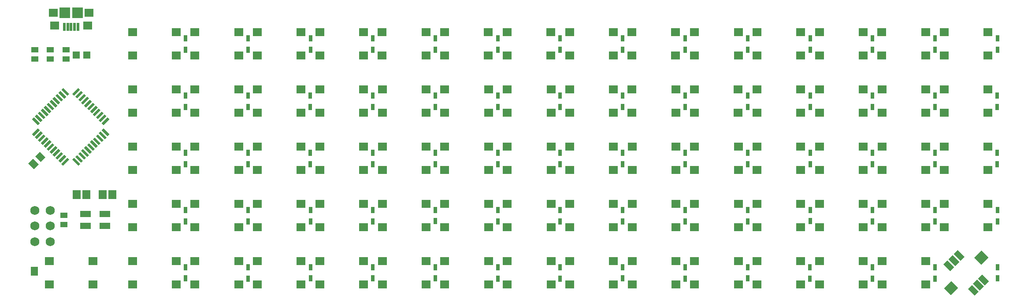
<source format=gts>
G04 ---------------------------- Layer name :TOP SOLDER LAYER*
G04 easyEDA 0.1*
G04 Scale: 100 percent, Rotated: No, Reflected: No *
G04 Dimensions in inches *
G04 leading zeros omitted , absolute positions ,2 integer and 4 * 
%FSLAX24Y24*%
%MOIN*%
G90*
G70D02*

%ADD12C,0.068000*%
%ADD14R,0.031600X0.047400*%
%ADD15R,0.058000X0.033000*%
%ADD16R,0.082800X0.051300*%
%ADD17R,0.059200X0.067100*%
%ADD18R,0.071000X0.063100*%
%ADD19R,0.065100X0.059200*%
%ADD20R,0.082800X0.082800*%
%ADD21R,0.023700X0.061100*%
%ADD22R,0.055200X0.039500*%
%ADD24R,0.070992X0.063120*%
%ADD25R,0.055200X0.055200*%

%LPD*%
%LNVIA PAD TRACK COPPERAREA*%
G54D12*
G01X1198Y31432D03*
G01X1198Y30252D03*
G01X1198Y29071D03*
G01X2380Y31434D03*
G01X2378Y30253D03*
G01X2378Y29071D03*
G54D14*
G01X74031Y31465D03*
G01X74031Y30605D03*
G54D15*
G01X1188Y26992D03*
G01X1188Y26673D03*
G54D16*
G01X6510Y31153D03*
G01X5050Y30253D03*
G01X6510Y30253D03*
G01X5050Y31153D03*
G54D17*
G01X4371Y32615D03*
G01X5111Y32615D03*
G54D18*
G01X5218Y45430D03*
G01X2698Y45430D03*
G54D19*
G01X5309Y46390D03*
G01X2609Y46390D03*
G54D20*
G01X4428Y46390D03*
G01X3488Y46390D03*
G54D21*
G01X4469Y45340D03*
G01X3448Y45340D03*
G01X4219Y45340D03*
G01X3698Y45340D03*
G01X3959Y45340D03*
G54D22*
G01X2380Y42894D03*
G01X2380Y43594D03*
G01X1198Y43594D03*
G01X1198Y42894D03*
G54D17*
G01X6344Y32615D03*
G01X7085Y32615D03*
G36*
G01X717Y34987D02*
G01X1079Y35349D01*
G01X1497Y34931D01*
G01X1135Y34569D01*
G01X717Y34987D01*
G37*
G36*
G01X1240Y35510D02*
G01X1602Y35872D01*
G01X2020Y35454D01*
G01X1658Y35092D01*
G01X1240Y35510D01*
G37*
G54D22*
G01X3407Y30351D03*
G01X3407Y31051D03*
G01X3561Y43594D03*
G01X3561Y42894D03*
G36*
G01X988Y37202D02*
G01X1433Y37647D01*
G01X1575Y37505D01*
G01X1129Y37060D01*
G01X988Y37202D01*
G37*
G36*
G01X1207Y36982D02*
G01X1652Y37428D01*
G01X1794Y37286D01*
G01X1348Y36841D01*
G01X1207Y36982D01*
G37*
G36*
G01X1433Y36756D02*
G01X1879Y37202D01*
G01X2020Y37060D01*
G01X1575Y36615D01*
G01X1433Y36756D01*
G37*
G36*
G01X1652Y36537D02*
G01X2098Y36982D01*
G01X2239Y36841D01*
G01X1794Y36395D01*
G01X1652Y36537D01*
G37*
G36*
G01X1879Y36311D02*
G01X2324Y36756D01*
G01X2466Y36615D01*
G01X2020Y36169D01*
G01X1879Y36311D01*
G37*
G36*
G01X2098Y36091D02*
G01X2543Y36537D01*
G01X2685Y36395D01*
G01X2239Y35950D01*
G01X2098Y36091D01*
G37*
G36*
G01X2324Y35865D02*
G01X2770Y36311D01*
G01X2911Y36169D01*
G01X2466Y35724D01*
G01X2324Y35865D01*
G37*
G36*
G01X2543Y35646D02*
G01X2989Y36091D01*
G01X3130Y35950D01*
G01X2685Y35504D01*
G01X2543Y35646D01*
G37*
G36*
G01X2770Y35420D02*
G01X3215Y35865D01*
G01X3357Y35724D01*
G01X2911Y35278D01*
G01X2770Y35420D01*
G37*
G36*
G01X2989Y35200D02*
G01X3434Y35646D01*
G01X3576Y35504D01*
G01X3130Y35059D01*
G01X2989Y35200D01*
G37*
G36*
G01X3215Y34974D02*
G01X3661Y35420D01*
G01X3802Y35278D01*
G01X3357Y34833D01*
G01X3215Y34974D01*
G37*
G36*
G01X4495Y34833D02*
G01X4050Y35278D01*
G01X4191Y35420D01*
G01X4636Y34974D01*
G01X4495Y34833D01*
G37*
G36*
G01X4714Y35052D02*
G01X4269Y35497D01*
G01X4410Y35639D01*
G01X4856Y35193D01*
G01X4714Y35052D01*
G37*
G36*
G01X4940Y35278D02*
G01X4495Y35724D01*
G01X4636Y35865D01*
G01X5082Y35420D01*
G01X4940Y35278D01*
G37*
G36*
G01X5160Y35497D02*
G01X4714Y35943D01*
G01X4856Y36084D01*
G01X5301Y35639D01*
G01X5160Y35497D01*
G37*
G36*
G01X5386Y35724D02*
G01X4940Y36169D01*
G01X5082Y36311D01*
G01X5527Y35865D01*
G01X5386Y35724D01*
G37*
G36*
G01X5605Y35943D02*
G01X5160Y36388D01*
G01X5301Y36530D01*
G01X5747Y36084D01*
G01X5605Y35943D01*
G37*
G36*
G01X5831Y36169D02*
G01X5386Y36615D01*
G01X5527Y36756D01*
G01X5973Y36311D01*
G01X5831Y36169D01*
G37*
G36*
G01X6051Y36388D02*
G01X5605Y36834D01*
G01X5747Y36975D01*
G01X6192Y36530D01*
G01X6051Y36388D01*
G37*
G36*
G01X6277Y36615D02*
G01X5831Y37060D01*
G01X5973Y37202D01*
G01X6418Y36756D01*
G01X6277Y36615D01*
G37*
G36*
G01X6496Y36834D02*
G01X6051Y37279D01*
G01X6192Y37421D01*
G01X6638Y36975D01*
G01X6496Y36834D01*
G37*
G36*
G01X6722Y37060D02*
G01X6277Y37505D01*
G01X6418Y37647D01*
G01X6864Y37202D01*
G01X6722Y37060D01*
G37*
G36*
G01X4050Y40263D02*
G01X4495Y40709D01*
G01X4636Y40567D01*
G01X4191Y40122D01*
G01X4050Y40263D01*
G37*
G36*
G01X4269Y40044D02*
G01X4714Y40490D01*
G01X4856Y40348D01*
G01X4410Y39903D01*
G01X4269Y40044D01*
G37*
G36*
G01X4495Y39818D02*
G01X4940Y40263D01*
G01X5082Y40122D01*
G01X4636Y39676D01*
G01X4495Y39818D01*
G37*
G36*
G01X4714Y39599D02*
G01X5160Y40044D01*
G01X5301Y39903D01*
G01X4856Y39457D01*
G01X4714Y39599D01*
G37*
G36*
G01X4940Y39372D02*
G01X5386Y39818D01*
G01X5527Y39676D01*
G01X5082Y39231D01*
G01X4940Y39372D01*
G37*
G36*
G01X5160Y39153D02*
G01X5605Y39599D01*
G01X5747Y39457D01*
G01X5301Y39012D01*
G01X5160Y39153D01*
G37*
G36*
G01X5386Y38927D02*
G01X5831Y39372D01*
G01X5973Y39231D01*
G01X5527Y38785D01*
G01X5386Y38927D01*
G37*
G36*
G01X5605Y38708D02*
G01X6051Y39153D01*
G01X6192Y39012D01*
G01X5747Y38566D01*
G01X5605Y38708D01*
G37*
G36*
G01X5831Y38481D02*
G01X6277Y38927D01*
G01X6418Y38785D01*
G01X5973Y38340D01*
G01X5831Y38481D01*
G37*
G36*
G01X6051Y38262D02*
G01X6496Y38708D01*
G01X6638Y38566D01*
G01X6192Y38121D01*
G01X6051Y38262D01*
G37*
G36*
G01X6277Y38036D02*
G01X6722Y38481D01*
G01X6864Y38340D01*
G01X6418Y37894D01*
G01X6277Y38036D01*
G37*
G36*
G01X1433Y37894D02*
G01X988Y38340D01*
G01X1129Y38481D01*
G01X1575Y38036D01*
G01X1433Y37894D01*
G37*
G36*
G01X1652Y38114D02*
G01X1207Y38559D01*
G01X1348Y38701D01*
G01X1794Y38255D01*
G01X1652Y38114D01*
G37*
G36*
G01X1879Y38340D02*
G01X1433Y38785D01*
G01X1575Y38927D01*
G01X2020Y38481D01*
G01X1879Y38340D01*
G37*
G36*
G01X2098Y38559D02*
G01X1652Y39005D01*
G01X1794Y39146D01*
G01X2239Y38701D01*
G01X2098Y38559D01*
G37*
G36*
G01X2324Y38785D02*
G01X1879Y39231D01*
G01X2020Y39372D01*
G01X2466Y38927D01*
G01X2324Y38785D01*
G37*
G36*
G01X2543Y39005D02*
G01X2098Y39450D01*
G01X2239Y39592D01*
G01X2685Y39146D01*
G01X2543Y39005D01*
G37*
G36*
G01X2770Y39231D02*
G01X2324Y39676D01*
G01X2466Y39818D01*
G01X2911Y39372D01*
G01X2770Y39231D01*
G37*
G36*
G01X2989Y39450D02*
G01X2543Y39896D01*
G01X2685Y40037D01*
G01X3130Y39592D01*
G01X2989Y39450D01*
G37*
G36*
G01X3215Y39676D02*
G01X2770Y40122D01*
G01X2911Y40263D01*
G01X3357Y39818D01*
G01X3215Y39676D01*
G37*
G36*
G01X3434Y39896D02*
G01X2989Y40341D01*
G01X3130Y40482D01*
G01X3576Y40037D01*
G01X3434Y39896D01*
G37*
G36*
G01X3661Y40122D02*
G01X3215Y40567D01*
G01X3357Y40709D01*
G01X3802Y40263D01*
G01X3661Y40122D01*
G37*
G54D24*
G01X2301Y25823D03*
G01X5609Y25823D03*
G01X2301Y27594D03*
G01X5609Y27594D03*
G54D25*
G01X4332Y43188D03*
G01X5152Y43188D03*
G54D24*
G01X8601Y43146D03*
G01X11909Y43146D03*
G01X8601Y44917D03*
G01X11909Y44917D03*
G54D14*
G01X12617Y44461D03*
G01X12617Y43602D03*
G54D24*
G01X8601Y38815D03*
G01X11909Y38815D03*
G01X8601Y40588D03*
G01X11909Y40588D03*
G54D14*
G01X12615Y40132D03*
G01X12615Y39271D03*
G54D24*
G01X8601Y34484D03*
G01X11909Y34484D03*
G01X8601Y36255D03*
G01X11909Y36255D03*
G54D14*
G01X12615Y35801D03*
G01X12615Y34940D03*
G54D24*
G01X8601Y30153D03*
G01X11909Y30153D03*
G01X8601Y31926D03*
G01X11909Y31926D03*
G54D14*
G01X12615Y31469D03*
G01X12615Y30609D03*
G54D24*
G01X8601Y25823D03*
G01X11909Y25823D03*
G01X8601Y27596D03*
G01X11909Y27596D03*
G54D14*
G01X12615Y27138D03*
G01X12615Y26278D03*
G36*
G01X71027Y28434D02*
G01X71542Y27919D01*
G01X71235Y27613D01*
G01X70721Y28128D01*
G01X71027Y28434D01*
G37*
G36*
G01X72880Y26581D02*
G01X73394Y26067D01*
G01X73088Y25760D01*
G01X72573Y26275D01*
G01X72880Y26581D01*
G37*
G36*
G01X70249Y27656D02*
G01X70764Y27141D01*
G01X70458Y26835D01*
G01X69943Y27350D01*
G01X70249Y27656D01*
G37*
G36*
G01X70638Y28045D02*
G01X71153Y27530D01*
G01X70847Y27224D01*
G01X70332Y27739D01*
G01X70638Y28045D01*
G37*
G36*
G01X72102Y25803D02*
G01X72617Y25289D01*
G01X72310Y24982D01*
G01X71796Y25497D01*
G01X72102Y25803D01*
G37*
G36*
G01X72491Y26192D02*
G01X73005Y25678D01*
G01X72699Y25371D01*
G01X72184Y25886D01*
G01X72491Y26192D01*
G37*
G36*
G01X72835Y28403D02*
G01X73364Y27875D01*
G01X72807Y27318D01*
G01X72279Y27847D01*
G01X72835Y28403D01*
G37*
G36*
G01X70530Y26098D02*
G01X71059Y25569D01*
G01X70502Y25013D01*
G01X69973Y25542D01*
G01X70530Y26098D01*
G37*
G01X74033Y27138D03*
G01X74033Y26278D03*
G54D24*
G01X13325Y43146D03*
G01X16632Y43146D03*
G01X13325Y44917D03*
G01X16632Y44917D03*
G54D14*
G01X17339Y44461D03*
G01X17339Y43602D03*
G54D24*
G01X13322Y38815D03*
G01X16631Y38815D03*
G01X13322Y40588D03*
G01X16631Y40588D03*
G54D14*
G01X17336Y40132D03*
G01X17336Y39273D03*
G54D24*
G01X13322Y34484D03*
G01X16631Y34484D03*
G01X13322Y36257D03*
G01X16631Y36257D03*
G54D14*
G01X17336Y35801D03*
G01X17336Y34940D03*
G54D24*
G01X13322Y30153D03*
G01X16631Y30153D03*
G01X13322Y31926D03*
G01X16631Y31926D03*
G54D14*
G01X17336Y31467D03*
G01X17336Y30607D03*
G54D24*
G01X13322Y25823D03*
G01X16631Y25823D03*
G01X13322Y27594D03*
G01X16631Y27594D03*
G54D14*
G01X17336Y27136D03*
G01X17336Y26276D03*
G54D24*
G01X18047Y43146D03*
G01X21355Y43146D03*
G01X18047Y44917D03*
G01X21355Y44917D03*
G54D14*
G01X22063Y44461D03*
G01X22063Y43602D03*
G54D24*
G01X18047Y38815D03*
G01X21355Y38815D03*
G01X18047Y40586D03*
G01X21355Y40586D03*
G54D14*
G01X22057Y40125D03*
G01X22057Y39265D03*
G54D24*
G01X18050Y34484D03*
G01X21357Y34484D03*
G01X18050Y36255D03*
G01X21357Y36255D03*
G54D14*
G01X22059Y35790D03*
G01X22059Y34930D03*
G54D24*
G01X18050Y30153D03*
G01X21357Y30153D03*
G01X18050Y31925D03*
G01X21357Y31925D03*
G54D14*
G01X22060Y31467D03*
G01X22060Y30607D03*
G54D24*
G01X18050Y25821D03*
G01X21357Y25821D03*
G01X18050Y27594D03*
G01X21357Y27594D03*
G54D14*
G01X22061Y27140D03*
G01X22061Y26280D03*
G54D24*
G01X22771Y43146D03*
G01X26078Y43146D03*
G01X22771Y44917D03*
G01X26078Y44917D03*
G54D14*
G01X26785Y44461D03*
G01X26785Y43602D03*
G54D24*
G01X22771Y38815D03*
G01X26078Y38815D03*
G01X22771Y40586D03*
G01X26078Y40586D03*
G54D14*
G01X26786Y40129D03*
G01X26786Y39269D03*
G54D24*
G01X22776Y34484D03*
G01X26084Y34484D03*
G01X22776Y36255D03*
G01X26084Y36255D03*
G54D14*
G01X26788Y35794D03*
G01X26788Y34934D03*
G54D24*
G01X22776Y30153D03*
G01X26084Y30153D03*
G01X22776Y31925D03*
G01X26084Y31925D03*
G54D14*
G01X26789Y31461D03*
G01X26789Y30602D03*
G54D24*
G01X22776Y25821D03*
G01X26084Y25821D03*
G01X22776Y27594D03*
G01X26084Y27594D03*
G54D14*
G01X26790Y27142D03*
G01X26790Y26282D03*
G54D24*
G01X27493Y43146D03*
G01X30802Y43146D03*
G01X27493Y44917D03*
G01X30802Y44917D03*
G54D14*
G01X31510Y44461D03*
G01X31510Y43602D03*
G54D24*
G01X27500Y38813D03*
G01X30807Y38813D03*
G01X27500Y40586D03*
G01X30807Y40586D03*
G54D14*
G01X31511Y40129D03*
G01X31511Y39269D03*
G54D24*
G01X27494Y34484D03*
G01X30802Y34484D03*
G01X27494Y36255D03*
G01X30802Y36255D03*
G54D14*
G01X31514Y35796D03*
G01X31514Y34936D03*
G54D24*
G01X27500Y30152D03*
G01X30807Y30152D03*
G01X27500Y31923D03*
G01X30807Y31923D03*
G54D14*
G01X31514Y31473D03*
G01X31514Y30613D03*
G54D24*
G01X27500Y25821D03*
G01X30807Y25821D03*
G01X27500Y27592D03*
G01X30807Y27592D03*
G54D14*
G01X31517Y27140D03*
G01X31517Y26280D03*
G54D24*
G01X32218Y43146D03*
G01X35526Y43146D03*
G01X32218Y44917D03*
G01X35526Y44917D03*
G54D14*
G01X36231Y44461D03*
G01X36231Y43602D03*
G54D24*
G01X32221Y38815D03*
G01X35529Y38815D03*
G01X32221Y40586D03*
G01X35529Y40586D03*
G54D14*
G01X36227Y40126D03*
G01X36227Y39265D03*
G54D24*
G01X32223Y34482D03*
G01X35531Y34482D03*
G01X32223Y36255D03*
G01X35531Y36255D03*
G54D14*
G01X36227Y35792D03*
G01X36227Y34932D03*
G54D24*
G01X32223Y30152D03*
G01X35531Y30152D03*
G01X32223Y31923D03*
G01X35531Y31923D03*
G54D14*
G01X36230Y31461D03*
G01X36230Y30601D03*
G54D24*
G01X32223Y25821D03*
G01X35531Y25821D03*
G01X32223Y27592D03*
G01X35531Y27592D03*
G54D14*
G01X36231Y27130D03*
G01X36231Y26271D03*
G54D24*
G01X36946Y43146D03*
G01X40254Y43146D03*
G01X36946Y44917D03*
G01X40254Y44917D03*
G54D14*
G01X40955Y44461D03*
G01X40955Y43602D03*
G54D24*
G01X36952Y38813D03*
G01X40260Y38813D03*
G01X36952Y40586D03*
G01X40260Y40586D03*
G54D14*
G01X40955Y40132D03*
G01X40955Y39271D03*
G54D24*
G01X36952Y34482D03*
G01X40260Y34482D03*
G01X36952Y36255D03*
G01X40260Y36255D03*
G54D14*
G01X40951Y35792D03*
G01X40951Y34932D03*
G54D24*
G01X36952Y30152D03*
G01X40260Y30152D03*
G01X36952Y31923D03*
G01X40260Y31923D03*
G54D14*
G01X40952Y31461D03*
G01X40952Y30601D03*
G54D24*
G01X36952Y25821D03*
G01X40260Y25821D03*
G01X36952Y27592D03*
G01X40260Y27592D03*
G54D14*
G01X40954Y27134D03*
G01X40954Y26275D03*
G54D24*
G01X41665Y43146D03*
G01X44973Y43146D03*
G01X41665Y44917D03*
G01X44973Y44917D03*
G54D14*
G01X45681Y44461D03*
G01X45681Y43602D03*
G54D24*
G01X41667Y38815D03*
G01X44975Y38815D03*
G01X41667Y40586D03*
G01X44975Y40586D03*
G54D14*
G01X45681Y40128D03*
G01X45681Y39267D03*
G54D24*
G01X41675Y34482D03*
G01X44982Y34482D03*
G01X41675Y36254D03*
G01X44982Y36254D03*
G54D14*
G01X45681Y35794D03*
G01X45681Y34934D03*
G54D24*
G01X41675Y30151D03*
G01X44982Y30151D03*
G01X41675Y31923D03*
G01X44982Y31923D03*
G54D14*
G01X45684Y31467D03*
G01X45684Y30607D03*
G54D24*
G01X41675Y25819D03*
G01X44982Y25819D03*
G01X41675Y27592D03*
G01X44982Y27592D03*
G54D14*
G01X45685Y27136D03*
G01X45685Y26277D03*
G54D24*
G01X46385Y43146D03*
G01X49693Y43146D03*
G01X46385Y44917D03*
G01X49693Y44917D03*
G54D14*
G01X50410Y44461D03*
G01X50410Y43602D03*
G54D24*
G01X46389Y38815D03*
G01X49697Y38815D03*
G01X46389Y40586D03*
G01X49697Y40586D03*
G54D14*
G01X50402Y40125D03*
G01X50402Y39265D03*
G54D24*
G01X46397Y34482D03*
G01X49705Y34482D03*
G01X46397Y36254D03*
G01X49705Y36254D03*
G54D14*
G01X50406Y35792D03*
G01X50406Y34932D03*
G54D24*
G01X46397Y30151D03*
G01X49705Y30151D03*
G01X46397Y31923D03*
G01X49705Y31923D03*
G54D14*
G01X50406Y31457D03*
G01X50406Y30596D03*
G54D24*
G01X46397Y25819D03*
G01X49705Y25819D03*
G01X46397Y27592D03*
G01X49705Y27592D03*
G54D14*
G01X50406Y27127D03*
G01X50406Y26267D03*
G54D24*
G01X51118Y43144D03*
G01X54427Y43144D03*
G01X51118Y44917D03*
G01X54427Y44917D03*
G54D14*
G01X55127Y44461D03*
G01X55127Y43602D03*
G54D24*
G01X51114Y38811D03*
G01X54422Y38811D03*
G01X51114Y40582D03*
G01X54422Y40582D03*
G54D14*
G01X55130Y40128D03*
G01X55130Y39267D03*
G54D24*
G01X51118Y34484D03*
G01X54427Y34484D03*
G01X51118Y36255D03*
G01X54427Y36255D03*
G54D14*
G01X55131Y35801D03*
G01X55131Y34940D03*
G54D24*
G01X51118Y30153D03*
G01X54427Y30153D03*
G01X51118Y31925D03*
G01X54427Y31925D03*
G54D14*
G01X55131Y31467D03*
G01X55131Y30607D03*
G54D24*
G01X51118Y25821D03*
G01X54427Y25821D03*
G01X51118Y27594D03*
G01X54427Y27594D03*
G54D14*
G01X55135Y27140D03*
G01X55135Y26280D03*
G54D24*
G01X55840Y43146D03*
G01X59148Y43146D03*
G01X55840Y44917D03*
G01X59148Y44917D03*
G54D14*
G01X59860Y44461D03*
G01X59860Y43602D03*
G54D24*
G01X55844Y38817D03*
G01X59152Y38817D03*
G01X55844Y40590D03*
G01X59152Y40590D03*
G54D14*
G01X59860Y40132D03*
G01X59860Y39271D03*
G54D24*
G01X55844Y34484D03*
G01X59152Y34484D03*
G01X55844Y36257D03*
G01X59152Y36257D03*
G54D14*
G01X59860Y35801D03*
G01X59860Y34940D03*
G54D24*
G01X55844Y30153D03*
G01X59152Y30153D03*
G01X55844Y31926D03*
G01X59152Y31926D03*
G54D14*
G01X59860Y31471D03*
G01X59860Y30611D03*
G54D24*
G01X55844Y25823D03*
G01X59152Y25823D03*
G01X55844Y27594D03*
G01X59152Y27594D03*
G54D14*
G01X59859Y27132D03*
G01X59859Y26271D03*
G54D24*
G01X60563Y43146D03*
G01X63871Y43146D03*
G01X60563Y44917D03*
G01X63871Y44917D03*
G54D14*
G01X64585Y44461D03*
G01X64585Y43602D03*
G54D24*
G01X60568Y38815D03*
G01X63876Y38815D03*
G01X60568Y40588D03*
G01X63876Y40588D03*
G54D14*
G01X64588Y40128D03*
G01X64588Y39267D03*
G54D24*
G01X60565Y34484D03*
G01X63873Y34484D03*
G01X60565Y36257D03*
G01X63873Y36257D03*
G54D14*
G01X64588Y35794D03*
G01X64588Y34934D03*
G54D24*
G01X60565Y30155D03*
G01X63873Y30155D03*
G01X60565Y31927D03*
G01X63873Y31927D03*
G54D14*
G01X64589Y31459D03*
G01X64589Y30600D03*
G54D24*
G01X60565Y25823D03*
G01X63873Y25823D03*
G01X60565Y27596D03*
G01X63873Y27596D03*
G54D14*
G01X64589Y27126D03*
G01X64589Y26265D03*
G54D24*
G01X65290Y43146D03*
G01X68598Y43146D03*
G01X65290Y44917D03*
G01X68598Y44917D03*
G54D14*
G01X69309Y44461D03*
G01X69309Y43602D03*
G54D24*
G01X65304Y38815D03*
G01X68611Y38815D03*
G01X65304Y40588D03*
G01X68611Y40588D03*
G54D14*
G01X69310Y40128D03*
G01X69310Y39267D03*
G54D24*
G01X65304Y34484D03*
G01X68611Y34484D03*
G01X65304Y36257D03*
G01X68611Y36257D03*
G54D14*
G01X69311Y35794D03*
G01X69311Y34934D03*
G54D24*
G01X65304Y30153D03*
G01X68611Y30153D03*
G01X65304Y31926D03*
G01X68611Y31926D03*
G54D14*
G01X69313Y31459D03*
G01X69313Y30600D03*
G54D24*
G01X65304Y25823D03*
G01X68611Y25823D03*
G01X65304Y27594D03*
G01X68611Y27594D03*
G54D14*
G01X69313Y27126D03*
G01X69313Y26265D03*
G54D24*
G01X70014Y43146D03*
G01X73322Y43146D03*
G01X70014Y44917D03*
G01X73322Y44917D03*
G54D14*
G01X74027Y44461D03*
G01X74027Y43602D03*
G54D24*
G01X70014Y38815D03*
G01X73322Y38815D03*
G01X70014Y40588D03*
G01X73322Y40588D03*
G54D14*
G01X74023Y40128D03*
G01X74023Y39267D03*
G54D24*
G01X70015Y34484D03*
G01X73323Y34484D03*
G01X70015Y36257D03*
G01X73323Y36257D03*
G54D14*
G01X74022Y35794D03*
G01X74022Y34934D03*
G54D24*
G01X70017Y30153D03*
G01X73325Y30153D03*
G01X70017Y31926D03*
G01X73325Y31926D03*

M00*
M02*
</source>
